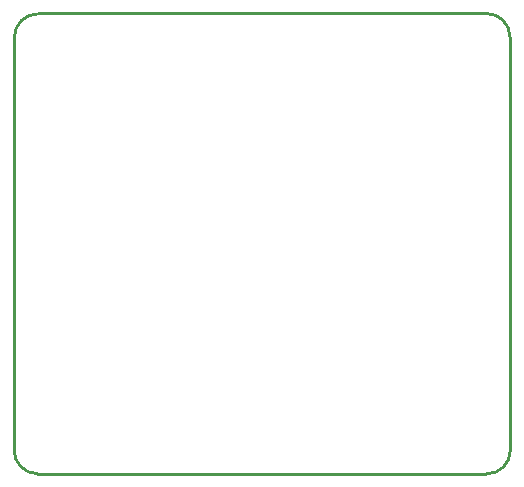
<source format=gko>
G04*
G04 #@! TF.GenerationSoftware,Altium Limited,Altium Designer,21.5.1 (32)*
G04*
G04 Layer_Color=16711935*
%FSLAX25Y25*%
%MOIN*%
G70*
G04*
G04 #@! TF.SameCoordinates,7B5D3A8B-CDFD-4B31-A324-F985B6E4613D*
G04*
G04*
G04 #@! TF.FilePolarity,Positive*
G04*
G01*
G75*
%ADD10C,0.01000*%
D10*
X165362Y145571D02*
G03*
X157488Y153445I-7874J0D01*
G01*
X7943Y153318D02*
G03*
X69Y145443I0J-7874D01*
G01*
X157587Y-28D02*
G03*
X165461Y7846I0J7874D01*
G01*
X-9Y7891D02*
G03*
X7865Y17I7874J0D01*
G01*
X165354Y145500D02*
X165354Y7880D01*
X7894Y153543D02*
X157480D01*
X-0Y145300D02*
X0Y7800D01*
X7800Y0D02*
X157480D01*
M02*

</source>
